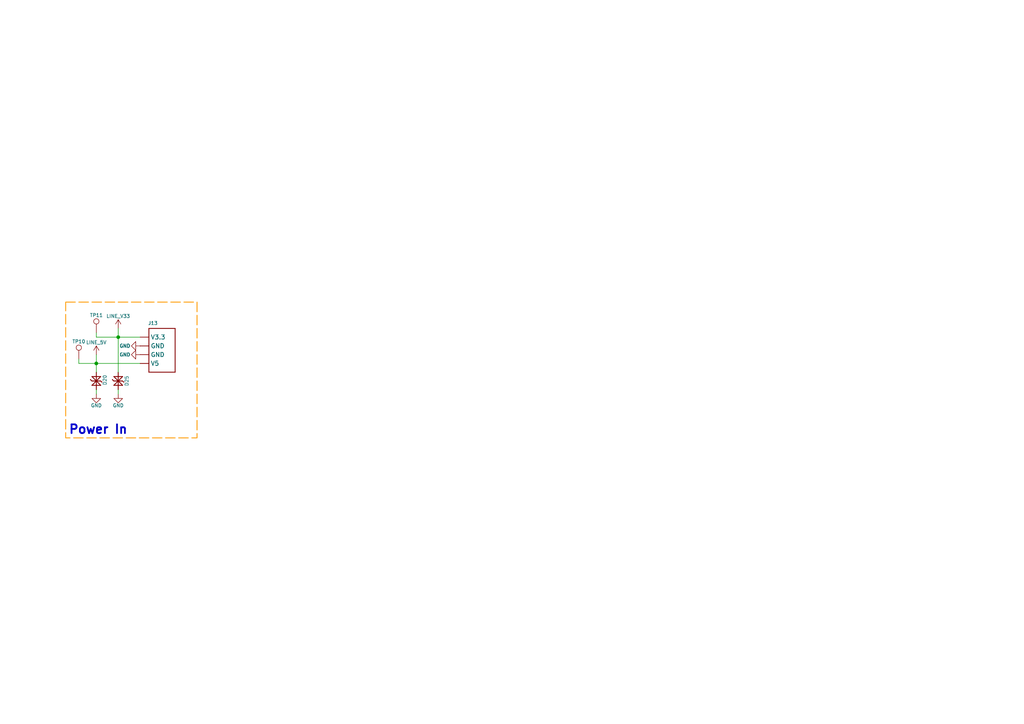
<source format=kicad_sch>
(kicad_sch (version 20250114) (generator "eeschema") (generator_version "9.0")
  (paper "A4")
  (lib_symbols
    (symbol "CRGM Connector:AQ_POWER"
      (property "Reference" "J" (at 0 2.794 0))
      (symbol "AQ_POWER_1_0"
        (polyline (pts (xy 0 2.54) (xy 7.62 2.54)) (stroke (width 0.254)))
        (polyline (pts (xy 0 -10.16) (xy 0 2.54)) (stroke (width 0.254)))
        (polyline (pts (xy 7.62 2.54) (xy 7.62 -10.16)) (stroke (width 0.254)))
        (polyline (pts (xy 7.62 -10.16) (xy 0 -10.16)) (stroke (width 0.254)))
        (pin power_out line (at -2.54 0 0) (length 2.54) (name "V3.3") (number "4"))
        (pin passive line (at -2.54 -2.54 0) (length 2.54) (name "GND") (number "3"))
        (pin passive line (at -2.54 -5.08 0) (length 2.54) (name "GND") (number "2"))
        (pin power_out line (at -2.54 -7.62 0) (length 2.54) (name "V5") (number "1"))
      )
    )
    (symbol "CRGM Passive:PESD3V3S1BL"
      (property "Reference" "D" (at -1.524 1.524 0))
      (symbol "PESD3V3S1BL_1_0"
        (polyline (pts (xy -2.54 0) (xy 2.54 0)) (stroke (width 0.254)))
        (polyline (pts (xy -1.27 1.27) (xy -0.0101 0.0101)) (stroke (width 0.254)))
        (polyline (pts (xy -1.27 -1.27) (xy -1.27 1.27)) (stroke (width 0.254)))
        (polyline (pts (xy -0.3445 -1.6043) (xy -0.3573 -1.6043)) (stroke (width 0.254)))
        (polyline (pts (xy -0.0101 1.2955) (xy -0.0101 -1.27)) (stroke (width 0.254)))
        (polyline (pts (xy -0.0101 1.2955) (xy 0.3778 1.6835)) (stroke (width 0.254)))
        (polyline (pts (xy -0.0101 0.0101) (xy -0.0101 -0.0101)) (stroke (width 0.254)))
        (polyline (pts (xy -0.0101 -0.0101) (xy -1.27 -1.27)) (stroke (width 0.254)))
        (polyline (pts (xy -0.0101 -1.27) (xy -0.3445 -1.6043)) (stroke (width 0.254)))
        (polyline (pts (xy 0.0101 0.0101) (xy 0.0101 -0.0101)) (stroke (width 0.254)))
        (polyline (pts (xy 0.0101 -0.0101) (xy 1.27 -1.27)) (stroke (width 0.254)))
        (polyline (pts (xy 0.3778 1.6835) (xy 0.3981 1.6835)) (stroke (width 0.254)))
        (polyline (pts (xy 1.27 1.27) (xy 0.0101 0.0101)) (stroke (width 0.254)))
        (polyline (pts (xy 1.27 -1.27) (xy 1.27 1.27)) (stroke (width 0.254)))
        (pin passive line (at -2.54 0 0) (length 0) (name "K1") (number "1"))
        (pin passive line (at 2.54 0 180) (length 0) (name "K2") (number "2"))
      )
    )
    (symbol "CRGM Passive:PESD5V5C1BLYL"
      (property "Reference" "D" (at -1.524 1.524 0))
      (symbol "PESD5V5C1BLYL_1_0"
        (polyline (pts (xy -2.54 0) (xy 2.54 0)) (stroke (width 0.254)))
        (polyline (pts (xy -1.27 1.27) (xy -0.0101 0.0101)) (stroke (width 0.254)))
        (polyline (pts (xy -1.27 -1.27) (xy -1.27 1.27)) (stroke (width 0.254)))
        (polyline (pts (xy -0.3445 -1.6043) (xy -0.3573 -1.6043)) (stroke (width 0.254)))
        (polyline (pts (xy -0.0101 1.2955) (xy -0.0101 -1.27)) (stroke (width 0.254)))
        (polyline (pts (xy -0.0101 1.2955) (xy 0.3778 1.6835)) (stroke (width 0.254)))
        (polyline (pts (xy -0.0101 0.0101) (xy -0.0101 -0.0101)) (stroke (width 0.254)))
        (polyline (pts (xy -0.0101 -0.0101) (xy -1.27 -1.27)) (stroke (width 0.254)))
        (polyline (pts (xy -0.0101 -1.27) (xy -0.3445 -1.6043)) (stroke (width 0.254)))
        (polyline (pts (xy 0.0101 0.0101) (xy 0.0101 -0.0101)) (stroke (width 0.254)))
        (polyline (pts (xy 0.0101 -0.0101) (xy 1.27 -1.27)) (stroke (width 0.254)))
        (polyline (pts (xy 0.3778 1.6835) (xy 0.3981 1.6835)) (stroke (width 0.254)))
        (polyline (pts (xy 1.27 1.27) (xy 0.0101 0.0101)) (stroke (width 0.254)))
        (polyline (pts (xy 1.27 -1.27) (xy 1.27 1.27)) (stroke (width 0.254)))
        (pin passive line (at -2.54 0 0) (length 0) (name "K1") (number "1"))
        (pin passive line (at 2.54 0 180) (length 0) (name "K2") (number "2"))
      )
    )
    (symbol "Connector:TestPoint" (pin_numbers (hide yes)) (pin_names (offset 0.762) (hide yes))
      (property "Reference" "TP" (at 0 6.858 0))
      (property "Value" "TestPoint" (at 0 5.08 0))
      (symbol "TestPoint_0_1"
        (circle (center 0 3.302) (radius 0.762))
      )
      (symbol "TestPoint_1_1"
        (pin passive line (at 0 0 90) (length 2.54) (name "1") (number "1"))
      )
    )
    (symbol "power:+3.3V" (power) (pin_numbers (hide yes)) (pin_names (offset 0) (hide yes))
      (property "Value" "+3.3V" (at 0 3.556 0))
      (symbol "+3.3V_0_1"
        (polyline (pts (xy -0.762 1.27) (xy 0 2.54)))
        (polyline (pts (xy 0 2.54) (xy 0.762 1.27)))
        (polyline (pts (xy 0 0) (xy 0 2.54)))
      )
      (symbol "+3.3V_1_1"
        (pin power_in line (at 0 0 90) (length 0) (name "~") (number "1"))
      )
    )
    (symbol "power:+5V" (power) (pin_numbers (hide yes)) (pin_names (offset 0) (hide yes))
      (property "Value" "+5V" (at 0 3.556 0))
      (symbol "+5V_0_1"
        (polyline (pts (xy -0.762 1.27) (xy 0 2.54)))
        (polyline (pts (xy 0 2.54) (xy 0.762 1.27)))
        (polyline (pts (xy 0 0) (xy 0 2.54)))
      )
      (symbol "+5V_1_1"
        (pin power_in line (at 0 0 90) (length 0) (name "~") (number "1"))
      )
    )
    (symbol "power:GND" (power) (pin_numbers (hide yes)) (pin_names (offset 0) (hide yes))
      (property "Value" "GND" (at 0 -3.81 0))
      (symbol "GND_0_1"
        (polyline (pts (xy 0 0) (xy 0 -1.27) (xy 1.27 -1.27) (xy 0 -2.54) (xy -1.27 -1.27) (xy 0 -1.27)))
      )
      (symbol "GND_1_1"
        (pin power_in line (at 0 0 270) (length 0) (name "~") (number "1"))
      )
    )
  )
  (rectangle (start 19.05 87.63) (end 57.15 127) (stroke (width 0.254) (type dash) (color 255 153 0 1)))
  (text "Power In" (at 19.812 124.714 0) (effects (font (size 2.54 2.54) (thickness 0.508) (bold yes)) (justify left)))
  (junction (at 27.94 105.41))
  (junction (at 34.29 97.79))
  (wire (pts (xy 27.94 113.03) (xy 27.94 114.3)))
  (wire (pts (xy 27.94 102.87) (xy 27.94 105.41)))
  (wire (pts (xy 27.94 97.79) (xy 34.29 97.79)))
  (wire (pts (xy 34.29 114.3) (xy 34.29 113.03)))
  (wire (pts (xy 34.29 97.79) (xy 40.64 97.79)))
  (wire (pts (xy 27.94 96.52) (xy 27.94 97.79)))
  (wire (pts (xy 27.94 105.41) (xy 27.94 107.95)))
  (wire (pts (xy 27.94 105.41) (xy 40.64 105.41)))
  (wire (pts (xy 22.86 105.41) (xy 27.94 105.41)))
  (wire (pts (xy 22.86 104.14) (xy 22.86 105.41)))
  (wire (pts (xy 34.29 97.79) (xy 34.29 95.25)))
  (wire (pts (xy 34.29 97.79) (xy 34.29 107.95)))
  (symbol (lib_id "power:GND") (at 40.64 102.87 270) (unit 1)
    (property "Reference" "#PWR0105" (effects (hide yes)))
    (property "Value" "GND" (at 37.846 102.87 90) (effects (font (size 1 1)) (justify right)))
    (property "Description" "Power symbol creates a global label with name \"GND\" , ground" (effects (hide yes)))
    (instances (project "Node" (path "" (reference "#PWR0105") (unit 1))) (project "relay-module" (path "" (reference "#PWR016") (unit 1))))
  )
  (symbol (lib_id "CRGM Passive:PESD5V5C1BLYL") (at 27.94 110.49 90) (unit 1)
    (property "Reference" "D20" (at 30.988 111.76 0) (effects (font (size 1 1) (thickness 0.125)) (justify left bottom)))
    (property "Value" "PESD5V5C1BL" (effects (hide yes)))
    (property "Footprint" "CRGM Passive:DFN1006-2" (effects (hide yes)))
    (property "Datasheet" "https://assets.nexperia.com/documents/data-sheet/PESD5V5C1BL.pdf" (effects (hide yes)))
    (property "Description" "TVS DIODE Vrwm=5.5v Vcl=5.4v Ippm=6.5A DFN10062" (effects (hide yes)))
    (property "LCSC" "C2827636" (effects (hide yes)))
    (property "Mouser" "771-PESD5V5C1BLYL" (effects (hide yes)))
    (property "Digikey" "1727-PESD5V5C1BLYLTR-ND" (effects (hide yes)))
    (property "MN" "Nexperia" (effects (hide yes)))
    (property "MPN" "PESD5V5C1BLYL" (effects (hide yes)))
  )
  (symbol (lib_id "Connector:TestPoint") (at 22.86 104.14 0) (unit 1) (in_bom no)
    (property "Reference" "TP10" (at 22.86 99.06 0) (effects (font (size 1 1))))
    (property "Value" "TP" (effects (hide yes)))
    (property "Footprint" "CRGM Mechanical:TestPoint_Pad_D1.0mm" (effects (hide yes)))
    (property "Description" "Test Point" (effects (hide yes)))
  )
  (symbol (lib_id "power:GND") (at 40.64 100.33 270) (unit 1)
    (property "Reference" "#PWR0106" (effects (hide yes)))
    (property "Value" "GND" (at 37.846 100.33 90) (effects (font (size 1 1)) (justify right)))
    (property "Description" "Power symbol creates a global label with name \"GND\" , ground" (effects (hide yes)))
    (instances (project "Node" (path "" (reference "#PWR0106") (unit 1))) (project "relay-module" (path "" (reference "#PWR015") (unit 1))))
  )
  (symbol (lib_id "CRGM Passive:PESD3V3S1BL") (at 34.29 110.49 90) (unit 1)
    (property "Reference" "D25" (at 37.338 112.014 0) (effects (font (size 1 1) (thickness 0.125)) (justify left bottom)))
    (property "Value" "PESD3V3S1BL" (effects (hide yes)))
    (property "Footprint" "CRGM Passive:DFN1006-2" (effects (hide yes)))
    (property "Datasheet" "https://jlcpcb.com/api/file/downloadByFileSystemAccessId/8590907150506553344" (effects (hide yes)))
    (property "Description" "TVS DIODE Vrwm=3.3v Vcl=6.5v Ippm=10A DFN10062" (effects (hide yes)))
    (property "LCSC" "C5563754" (effects (hide yes)))
    (property "Digikey" "1727-PESD3V3S1BLYLTR-ND" (effects (hide yes)))
    (property "Mouser" "621-DESD3V3S1BL-7B" (effects (hide yes)))
    (property "MN" "FUXINSEMI" (effects (hide yes)))
    (property "MPN" "LESD8D3.3CAT5G" (effects (hide yes)))
  )
  (symbol (lib_id "power:GND") (at 27.94 114.3 0) (unit 1)
    (property "Reference" "#PWR044" (effects (hide yes)))
    (property "Value" "GND" (at 27.94 117.602 0) (effects (font (size 1 1))))
    (property "Description" "Power symbol creates a global label with name \"GND\" , ground" (effects (hide yes)))
  )
  (symbol (lib_id "Connector:TestPoint") (at 27.94 96.52 0) (unit 1) (in_bom no)
    (property "Reference" "TP11" (at 27.94 91.44 0) (effects (font (size 1 1))))
    (property "Value" "TP" (effects (hide yes)))
    (property "Footprint" "CRGM Mechanical:TestPoint_Pad_D1.0mm" (effects (hide yes)))
    (property "Description" "Test Point" (effects (hide yes)))
  )
  (symbol (lib_id "power:+5V") (at 27.94 102.87 0) (unit 1)
    (property "Reference" "#PWR027" (effects (hide yes)))
    (property "Value" "LINE_5V" (at 27.94 99.314 0) (effects (font (size 1 1))))
    (property "Description" "Power symbol creates a global label with name \"+5V\"" (effects (hide yes)))
  )
  (symbol (lib_id "power:GND") (at 34.29 114.3 0) (unit 1)
    (property "Reference" "#PWR0109" (effects (hide yes)))
    (property "Value" "GND" (at 34.29 117.602 0) (effects (font (size 1 1))))
    (property "Description" "Power symbol creates a global label with name \"GND\" , ground" (effects (hide yes)))
  )
  (symbol (lib_id "power:+3.3V") (at 34.29 95.25 0) (unit 1)
    (property "Reference" "#PWR096" (effects (hide yes)))
    (property "Value" "LINE_V33" (at 34.29 91.694 0) (effects (font (size 1 1))))
    (property "Description" "Power symbol creates a global label with name \"+3.3V\"" (effects (hide yes)))
  )
  (symbol (lib_id "CRGM Connector:AQ_POWER") (at 43.18 97.79 0) (unit 1)
    (property "Reference" "J13" (at 42.926 93.726 0) (effects (font (size 1 1) (thickness 0.125)) (justify left)))
    (property "Value" "SM04B-SRSS-TB" (effects (hide yes)))
    (property "Footprint" "CRGM Connector:JST_SH_SM04B-SRSS-TB_1x04-1MP_P1.00mm_Horizontal" (effects (hide yes)))
    (property "Datasheet" "https://www.jst-mfg.com/product/pdf/eng/eSH.pdf" (effects (hide yes)))
    (property "Description" "JST SH 1.0mm 4 Position Horizontal" (effects (hide yes)))
    (property "MN" "JST" (effects (hide yes)))
    (property "MPN" "SM04B-SRSS-TBT(LF)(SN)" (effects (hide yes)))
    (property "LCSC" "C2763614" (effects (hide yes)))
    (property "Mouser" "306-BM04BSRSSTBTLFSN" (effects (hide yes)))
    (property "Digikey" "455-SM04B-SRSS-TBTR-ND" (effects (hide yes)))
    (instances (project "" (path "" (reference "J13") (unit 1))) (project "relay-module" (path "" (reference "J3") (unit 1))))
  )
)
</source>
